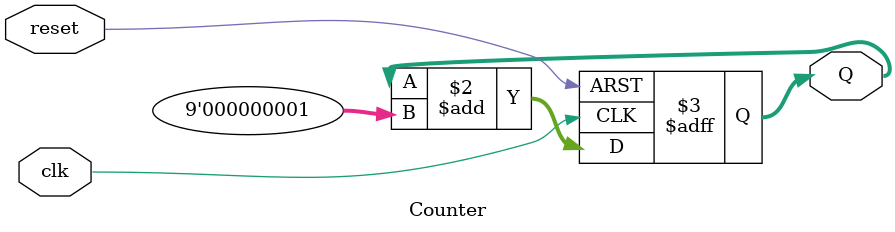
<source format=sv>
module Counter (input clk, reset,
                output logic [9:0] Q);

always_ff @(posedge clk, posedge reset)
begin
    if (reset) Q <= 9'b0;
    else Q <= Q + 9'b1;
end

endmodule // Counter

</source>
